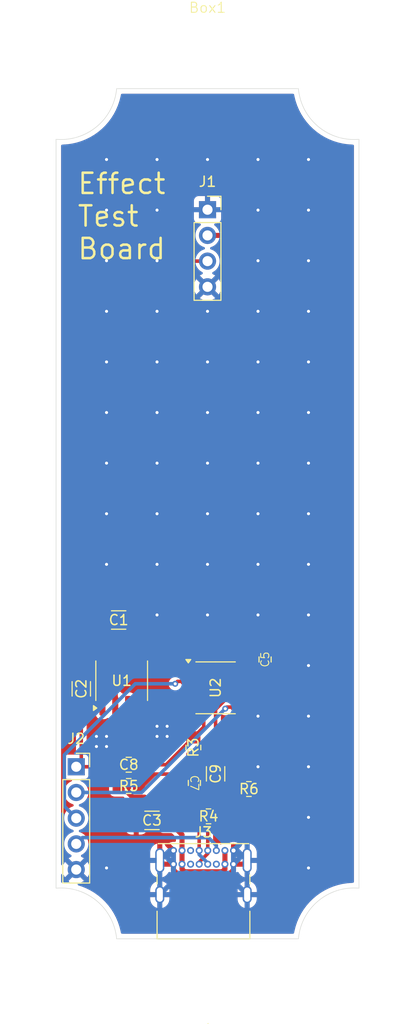
<source format=kicad_pcb>
(kicad_pcb (version 20241229) (generator "pcbnew") (generator_version "9.0")
  (layers (0 "F.Cu" jumper) (2 "B.Cu" signal) (13 "F.Paste" user) (15 "B.Paste" user) (5 "F.SilkS" user "F.Silkscreen") (7 "B.SilkS" user "B.Silkscreen") (1 "F.Mask" user) (3 "B.Mask" user) (25 "Edge.Cuts" user))
  (net 0 "")
  (net 1 "GND")
  (net 2 "Net-(U1-NOISE_REDUCTION)")
  (net 3 "+V")
  (net 4 "GNDREF")
  (net 5 "IN^{RAW}")
  (net 6 "Net-(C7-Pad2)")
  (net 7 "Net-(U2A-+)")
  (net 8 "Net-(U2B--)")
  (net 9 "OUT^{RAW}")
  (net 10 "IN^{EFF}")
  (net 11 "OUT^{EFF}")
  (net 19 "ACTIVE")
  (footprint "Resistor_SMD:R_0805_2012Metric_Pad1.20x1.40mm_HandSolder" (layer "F.Cu") (at 98.6 123.1 90)
    (property "Reference" "R3" (at 0 0 90) (layer "F.SilkS"))
    (property "Value" "1k")
    (fp_line (start -0.227064 -0.735) (end 0.227064 -0.735) (stroke (width 0.12)) (layer "F.SilkS"))
    (fp_line (start -0.227064 0.735) (end 0.227064 0.735) (stroke (width 0.12)) (layer "F.SilkS"))
    (pad "1" smd roundrect (at -1 0 90) (size 1.2 1.4) (layers "F.Cu" "F.Mask" "F.Paste") (roundrect_rratio 0.208333) (net 6 "Net-(C7-Pad2)"))
    (pad "2" smd roundrect (at 1 0 90) (size 1.2 1.4) (layers "F.Cu" "F.Mask" "F.Paste") (roundrect_rratio 0.208333) (net 7 "Net-(U2A-+)"))
  )
  (footprint "Capacitor_SMD:C_1206_3216Metric_Pad1.33x1.80mm_HandSolder" (layer "F.Cu") (at 94.5 130.3 180)
    (property "Reference" "C3" (at 0 0 0) (layer "F.SilkS"))
    (property "Value" "22uF")
    (fp_line (start -0.711252 0.91) (end 0.711252 0.91) (stroke (width 0.12)) (layer "F.SilkS"))
    (fp_line (start -0.711252 -0.91) (end 0.711252 -0.91) (stroke (width 0.12)) (layer "F.SilkS"))
    (pad "1" smd roundrect (at -1.5625 0 180) (size 1.325 1.8) (layers "F.Cu" "F.Mask" "F.Paste") (roundrect_rratio 0.188679) (net 3 "+V"))
    (pad "2" smd roundrect (at 1.5625 0 180) (size 1.325 1.8) (layers "F.Cu" "F.Mask" "F.Paste") (roundrect_rratio 0.188679) (net 1 "GND"))
  )
  (footprint "Package_SO:SOIC-8_3.9x4.9mm_P1.27mm" (layer "F.Cu") (at 100.8 117.2)
    (property "Reference" "U2" (at 0 0 90) (layer "F.SilkS"))
    (property "Value" "OPA1656")
    (fp_line (start 0 -2.56) (end -1.95 -2.56) (stroke (width 0.12)) (layer "F.SilkS"))
    (fp_line (start 0 -2.56) (end 1.95 -2.56) (stroke (width 0.12)) (layer "F.SilkS"))
    (fp_line (start 0 2.56) (end -1.95 2.56) (stroke (width 0.12)) (layer "F.SilkS"))
    (fp_line (start 0 2.56) (end 1.95 2.56) (stroke (width 0.12)) (layer "F.SilkS"))
    (fp_poly (pts (xy -2.7 -2.465) (xy -2.94 -2.795) (xy -2.46 -2.795)) (stroke (width 0.12)) (fill yes) (layer "F.SilkS"))
    (pad "1" smd roundrect (at -2.475 -1.905) (size 1.95 0.6) (layers "F.Cu" "F.Mask" "F.Paste") (net 10 "IN^{EFF}"))
    (pad "2" smd roundrect (at -2.475 -0.635) (size 1.95 0.6) (layers "F.Cu" "F.Mask" "F.Paste") (net 10 "IN^{EFF}"))
    (pad "3" smd roundrect (at -2.475 0.635) (size 1.95 0.6) (layers "F.Cu" "F.Mask" "F.Paste") (net 7 "Net-(U2A-+)"))
    (pad "4" smd roundrect (at -2.475 1.905) (size 1.95 0.6) (layers "F.Cu" "F.Mask" "F.Paste") (net 1 "GND"))
    (pad "5" smd roundrect (at 2.475 1.905) (size 1.95 0.6) (layers "F.Cu" "F.Mask" "F.Paste") (net 11 "OUT^{EFF}"))
    (pad "6" smd roundrect (at 2.475 0.635) (size 1.95 0.6) (layers "F.Cu" "F.Mask" "F.Paste") (net 8 "Net-(U2B--)"))
    (pad "7" smd roundrect (at 2.475 -0.635) (size 1.95 0.6) (layers "F.Cu" "F.Mask" "F.Paste") (net 8 "Net-(U2B--)"))
    (pad "8" smd roundrect (at 2.475 -1.905) (size 1.95 0.6) (layers "F.Cu" "F.Mask" "F.Paste") (net 3 "+V"))
  )
  (footprint "Mylib:1590A" (layer "F.Cu") (at 100 100)
    (property "Reference" "Box1" (at 0 -50 0) (layer "F.SilkS") (effects (font (thickness 0.1))))
    (property "Value" "1590A")
    (fp_line (start 0.05 50.375) (end 0.05 50.375) (stroke (width 0.1)) (layer "F.SilkS"))
  )
  (footprint "Capacitor_SMD:C_0805_2012Metric_Pad1.18x1.45mm_HandSolder" (layer "F.Cu") (at 92.2 124.8 180)
    (property "Reference" "C8" (at 0 0 0) (layer "F.SilkS"))
    (property "Value" "220pF")
    (fp_line (start -0.261252 0.735) (end 0.261252 0.735) (stroke (width 0.12)) (layer "F.SilkS"))
    (fp_line (start -0.261252 -0.735) (end 0.261252 -0.735) (stroke (width 0.12)) (layer "F.SilkS"))
    (pad "1" smd roundrect (at -1.0375 0 180) (size 1.175 1.45) (layers "F.Cu" "F.Mask" "F.Paste") (roundrect_rratio 0.212766) (net 7 "Net-(U2A-+)"))
    (pad "2" smd roundrect (at 1.0375 0 180) (size 1.175 1.45) (layers "F.Cu" "F.Mask" "F.Paste") (roundrect_rratio 0.212766) (net 4 "GNDREF"))
  )
  (footprint "Resistor_SMD:R_0805_2012Metric_Pad1.20x1.40mm_HandSolder" (layer "F.Cu") (at 100.1 129.9)
    (property "Reference" "R4" (at 0 0 0) (layer "F.SilkS"))
    (property "Value" "1M0")
    (fp_line (start -0.227064 -0.735) (end 0.227064 -0.735) (stroke (width 0.12)) (layer "F.SilkS"))
    (fp_line (start -0.227064 0.735) (end 0.227064 0.735) (stroke (width 0.12)) (layer "F.SilkS"))
    (pad "1" smd roundrect (at -1 0) (size 1.2 1.4) (layers "F.Cu" "F.Mask" "F.Paste") (roundrect_rratio 0.208333) (net 5 "IN^{RAW}"))
    (pad "2" smd roundrect (at 1 0) (size 1.2 1.4) (layers "F.Cu" "F.Mask" "F.Paste") (roundrect_rratio 0.208333) (net 1 "GND"))
  )
  (footprint "Capacitor_SMD:C_1206_3216Metric_Pad1.33x1.80mm_HandSolder" (layer "F.Cu") (at 87.5 117.3 90)
    (property "Reference" "C2" (at 0 0 90) (layer "F.SilkS"))
    (property "Value" "10uF")
    (fp_line (start -0.711252 -0.91) (end 0.711252 -0.91) (stroke (width 0.12)) (layer "F.SilkS"))
    (fp_line (start -0.711252 0.91) (end 0.711252 0.91) (stroke (width 0.12)) (layer "F.SilkS"))
    (pad "1" smd roundrect (at -1.5625 0 90) (size 1.325 1.8) (layers "F.Cu" "F.Mask" "F.Paste") (roundrect_rratio 0.188679) (net 4 "GNDREF"))
    (pad "2" smd roundrect (at 1.5625 0 90) (size 1.325 1.8) (layers "F.Cu" "F.Mask" "F.Paste") (roundrect_rratio 0.188679) (net 1 "GND"))
  )
  (footprint "Connector_PinSocket_2.54mm:PinSocket_1x05_P2.54mm_Vertical" (layer "F.Cu") (at 87 125)
    (property "Reference" "J2" (at 0 -2.77 0) (layer "F.SilkS"))
    (property "Value" "Conn_01x05_Pin")
    (fp_line (start -1.33 1.27) (end -1.33 11.49) (stroke (width 0.12)) (layer "F.SilkS"))
    (fp_line (start -1.33 1.27) (end 1.33 1.27) (stroke (width 0.12)) (layer "F.SilkS"))
    (fp_line (start -1.33 11.49) (end 1.33 11.49) (stroke (width 0.12)) (layer "F.SilkS"))
    (fp_line (start 0 -1.33) (end 1.33 -1.33) (stroke (width 0.12)) (layer "F.SilkS"))
    (fp_line (start 1.33 -1.33) (end 1.33 0) (stroke (width 0.12)) (layer "F.SilkS"))
    (fp_line (start 1.33 1.27) (end 1.33 11.49) (stroke (width 0.12)) (layer "F.SilkS"))
    (pad "1" thru_hole rect (at 0 0) (size 1.7 1.7) (drill 1) (layers "*.Cu" "*.Mask") (net 4 "GNDREF"))
    (pad "2" thru_hole circle (at 0 2.54) (size 1.7 1.7) (drill 1) (layers "*.Cu" "*.Mask") (net 11 "OUT^{EFF}"))
    (pad "3" thru_hole circle (at 0 5.08) (size 1.7 1.7) (drill 1) (layers "*.Cu" "*.Mask") (net 10 "IN^{EFF}"))
    (pad "4" thru_hole circle (at 0 7.62) (size 1.7 1.7) (drill 1) (layers "*.Cu" "*.Mask") (net 19 "ACTIVE"))
    (pad "5" thru_hole circle (at 0 10.16) (size 1.7 1.7) (drill 1) (layers "*.Cu" "*.Mask") (net 1 "GND"))
  )
  (footprint "Package_SO:SOIC-8_3.9x4.9mm_P1.27mm" (layer "F.Cu") (at 91.5 116.5 90)
    (property "Reference" "U1" (at 0 0 0) (layer "F.SilkS"))
    (property "Value" "TLE2426xD")
    (fp_line (start 0 -2.56) (end 1.95 -2.56) (stroke (width 0.12)) (layer "F.SilkS"))
    (fp_line (start 0 -2.56) (end -1.95 -2.56) (stroke (width 0.12)) (layer "F.SilkS"))
    (fp_line (start 0 2.56) (end 1.95 2.56) (stroke (width 0.12)) (layer "F.SilkS"))
    (fp_line (start 0 2.56) (end -1.95 2.56) (stroke (width 0.12)) (layer "F.SilkS"))
    (fp_poly (pts (xy -2.7 -2.465) (xy -2.94 -2.795) (xy -2.46 -2.795)) (stroke (width 0.12)) (fill yes) (layer "F.SilkS"))
    (pad "1" smd roundrect (at -2.475 -1.905 90) (size 1.95 0.6) (layers "F.Cu" "F.Mask" "F.Paste") (net 4 "GNDREF"))
    (pad "2" smd roundrect (at -2.475 -0.635 90) (size 1.95 0.6) (layers "F.Cu" "F.Mask" "F.Paste") (net 1 "GND"))
    (pad "3" smd roundrect (at -2.475 0.635 90) (size 1.95 0.6) (layers "F.Cu" "F.Mask" "F.Paste") (net 3 "+V"))
    (pad "4" smd roundrect (at -2.475 1.905 90) (size 1.95 0.6) (layers "F.Cu" "F.Mask" "F.Paste"))
    (pad "5" smd roundrect (at 2.475 1.905 90) (size 1.95 0.6) (layers "F.Cu" "F.Mask" "F.Paste"))
    (pad "6" smd roundrect (at 2.475 0.635 90) (size 1.95 0.6) (layers "F.Cu" "F.Mask" "F.Paste"))
    (pad "7" smd roundrect (at 2.475 -0.635 90) (size 1.95 0.6) (layers "F.Cu" "F.Mask" "F.Paste"))
    (pad "8" smd roundrect (at 2.475 -1.905 90) (size 1.95 0.6) (layers "F.Cu" "F.Mask" "F.Paste") (net 2 "Net-(U1-NOISE_REDUCTION)"))
  )
  (footprint "Mylib:C_0704_1810Metric" (layer "F.Cu") (at 105.7 114.4 90)
    (property "Reference" "C5" (at 0 0 90) (layer "F.SilkS") (effects (font (size 0.8 0.8) (thickness 0.1))))
    (property "Value" "0.1uF")
    (fp_line (start -0.25 -0.6) (end 0.25 -0.6) (stroke (width 0.12)) (layer "F.SilkS"))
    (fp_line (start -0.25 0.6) (end 0.25 0.6) (stroke (width 0.12)) (layer "F.SilkS"))
    (pad "1" smd roundrect (at -0.875 0 90) (size 0.9 1.25) (layers "F.Cu" "F.Mask" "F.Paste") (roundrect_rratio 0.2) (net 3 "+V"))
    (pad "2" smd roundrect (at 0.875 0 90) (size 0.9 1.25) (layers "F.Cu" "F.Mask" "F.Paste") (roundrect_rratio 0.2) (net 1 "GND"))
  )
  (footprint "Resistor_SMD:R_0805_2012Metric_Pad1.20x1.40mm_HandSolder" (layer "F.Cu") (at 92.2 126.9 180)
    (property "Reference" "R5" (at 0 0 0) (layer "F.SilkS"))
    (property "Value" "470k")
    (fp_line (start -0.227064 0.735) (end 0.227064 0.735) (stroke (width 0.12)) (layer "F.SilkS"))
    (fp_line (start -0.227064 -0.735) (end 0.227064 -0.735) (stroke (width 0.12)) (layer "F.SilkS"))
    (pad "1" smd roundrect (at -1 0 180) (size 1.2 1.4) (layers "F.Cu" "F.Mask" "F.Paste") (roundrect_rratio 0.208333) (net 6 "Net-(C7-Pad2)"))
    (pad "2" smd roundrect (at 1 0 180) (size 1.2 1.4) (layers "F.Cu" "F.Mask" "F.Paste") (roundrect_rratio 0.208333) (net 4 "GNDREF"))
  )
  (footprint "Resistor_SMD:R_0805_2012Metric_Pad1.20x1.40mm_HandSolder" (layer "F.Cu") (at 104.1 127.2)
    (property "Reference" "R6" (at 0 0 0) (layer "F.SilkS"))
    (property "Value" "100k")
    (fp_line (start -0.227064 -0.735) (end 0.227064 -0.735) (stroke (width 0.12)) (layer "F.SilkS"))
    (fp_line (start -0.227064 0.735) (end 0.227064 0.735) (stroke (width 0.12)) (layer "F.SilkS"))
    (pad "1" smd roundrect (at -1 0) (size 1.2 1.4) (layers "F.Cu" "F.Mask" "F.Paste") (roundrect_rratio 0.208333) (net 9 "OUT^{RAW}"))
    (pad "2" smd roundrect (at 1 0) (size 1.2 1.4) (layers "F.Cu" "F.Mask" "F.Paste") (roundrect_rratio 0.208333) (net 1 "GND"))
  )
  (footprint "Connector_PinSocket_2.54mm:PinSocket_1x04_P2.54mm_Vertical" (layer "F.Cu") (at 100 69.96)
    (property "Reference" "J1" (at 0 -2.77 0) (layer "F.SilkS"))
    (property "Value" "Conn_01x04_Pin")
    (fp_line (start -1.33 1.27) (end -1.33 8.95) (stroke (width 0.12)) (layer "F.SilkS"))
    (fp_line (start -1.33 1.27) (end 1.33 1.27) (stroke (width 0.12)) (layer "F.SilkS"))
    (fp_line (start -1.33 8.95) (end 1.33 8.95) (stroke (width 0.12)) (layer "F.SilkS"))
    (fp_line (start 0 -1.33) (end 1.33 -1.33) (stroke (width 0.12)) (layer "F.SilkS"))
    (fp_line (start 1.33 -1.33) (end 1.33 0) (stroke (width 0.12)) (layer "F.SilkS"))
    (fp_line (start 1.33 1.27) (end 1.33 8.95) (stroke (width 0.12)) (layer "F.SilkS"))
    (pad "1" thru_hole rect (at 0 0) (size 1.7 1.7) (drill 1) (layers "*.Cu" "*.Mask") (net 1 "GND"))
    (pad "2" thru_hole circle (at 0 2.54) (size 1.7 1.7) (drill 1) (layers "*.Cu" "*.Mask") (net 3 "+V"))
    (pad "3" thru_hole circle (at 0 5.08) (size 1.7 1.7) (drill 1) (layers "*.Cu" "*.Mask") (net 4 "GNDREF"))
    (pad "4" thru_hole circle (at 0 7.62) (size 1.7 1.7) (drill 1) (layers "*.Cu" "*.Mask") (net 1 "GND"))
  )
  (footprint "Capacitor_SMD:C_1206_3216Metric_Pad1.33x1.80mm_HandSolder" (layer "F.Cu") (at 100.8 125.7 90)
    (property "Reference" "C9" (at 0 0 90) (layer "F.SilkS"))
    (property "Value" "0.47uF")
    (fp_line (start -0.711252 -0.91) (end 0.711252 -0.91) (stroke (width 0.12)) (layer "F.SilkS"))
    (fp_line (start -0.711252 0.91) (end 0.711252 0.91) (stroke (width 0.12)) (layer "F.SilkS"))
    (pad "1" smd roundrect (at -1.5625 0 90) (size 1.325 1.8) (layers "F.Cu" "F.Mask" "F.Paste") (roundrect_rratio 0.188679) (net 9 "OUT^{RAW}"))
    (pad "2" smd roundrect (at 1.5625 0 90) (size 1.325 1.8) (layers "F.Cu" "F.Mask" "F.Paste") (roundrect_rratio 0.188679) (net 8 "Net-(U2B--)"))
  )
  (footprint "Capacitor_SMD:C_1206_3216Metric_Pad1.33x1.80mm_HandSolder" (layer "F.Cu") (at 91.2 110.5)
    (property "Reference" "C1" (at 0 0 0) (layer "F.SilkS"))
    (property "Value" "1uF")
    (fp_line (start -0.711252 -0.91) (end 0.711252 -0.91) (stroke (width 0.12)) (layer "F.SilkS"))
    (fp_line (start -0.711252 0.91) (end 0.711252 0.91) (stroke (width 0.12)) (layer "F.SilkS"))
    (pad "1" smd roundrect (at -1.5625 0) (size 1.325 1.8) (layers "F.Cu" "F.Mask" "F.Paste") (roundrect_rratio 0.188679) (net 2 "Net-(U1-NOISE_REDUCTION)"))
    (pad "2" smd roundrect (at 1.5625 0) (size 1.325 1.8) (layers "F.Cu" "F.Mask" "F.Paste") (roundrect_rratio 0.188679) (net 1 "GND"))
  )
  (footprint "Mylib:C_0704_1810Metric" (layer "F.Cu") (at 98.7 126.6 90)
    (property "Reference" "C7" (at 0 0 270) (layer "F.SilkS") (effects (font (size 0.8 0.8) (thickness 0.1))))
    (property "Value" "0.1uF")
    (fp_line (start -0.25 -0.6) (end 0.25 -0.6) (stroke (width 0.12)) (layer "F.SilkS"))
    (fp_line (start -0.25 0.6) (end 0.25 0.6) (stroke (width 0.12)) (layer "F.SilkS"))
    (pad "1" smd roundrect (at -0.875 0 90) (size 0.9 1.25) (layers "F.Cu" "F.Mask" "F.Paste") (roundrect_rratio 0.2) (net 5 "IN^{RAW}"))
    (pad "2" smd roundrect (at 0.875 0 90) (size 0.9 1.25) (layers "F.Cu" "F.Mask" "F.Paste") (roundrect_rratio 0.2) (net 6 "Net-(C7-Pad2)"))
  )
  (footprint "Connector_USB:USB_C_Receptacle_GCT_USB4085" (layer "F.Cu") (at 96.625 133.275)
    (property "Reference" "J3" (at 2.975 -1.8 0) (layer "F.SilkS"))
    (property "Value" "USB_C_Receptacle_USB2.0_16P")
    (fp_line (start -1.62 2.4) (end -1.62 3.3) (stroke (width 0.12)) (layer "F.SilkS"))
    (fp_line (start -1.62 6) (end -1.62 8.73) (stroke (width 0.12)) (layer "F.SilkS"))
    (fp_line (start -1.62 8.73) (end 7.57 8.73) (stroke (width 0.12)) (layer "F.SilkS"))
    (fp_line (start -1.5 -0.68) (end 7.45 -0.68) (stroke (width 0.12)) (layer "F.SilkS"))
    (fp_line (start 7.57 2.4) (end 7.57 3.3) (stroke (width 0.12)) (layer "F.SilkS"))
    (fp_line (start 7.57 6) (end 7.57 8.73) (stroke (width 0.12)) (layer "F.SilkS"))
    (pad "A1" thru_hole circle (at 0 0) (size 0.7 0.7) (drill 0.4) (layers "*.Cu" "*.Mask") (net 1 "GND"))
    (pad "A4" thru_hole circle (at 0.85 0) (size 0.7 0.7) (drill 0.4) (layers "*.Cu" "*.Mask") (net 3 "+V"))
    (pad "A5" thru_hole circle (at 1.7 0) (size 0.7 0.7) (drill 0.4) (layers "*.Cu" "*.Mask"))
    (pad "A6" thru_hole circle (at 2.55 0) (size 0.7 0.7) (drill 0.4) (layers "*.Cu" "*.Mask") (net 5 "IN^{RAW}"))
    (pad "A7" thru_hole circle (at 3.4 0) (size 0.7 0.7) (drill 0.4) (layers "*.Cu" "*.Mask") (net 9 "OUT^{RAW}"))
    (pad "A8" thru_hole circle (at 4.25 0) (size 0.7 0.7) (drill 0.4) (layers "*.Cu" "*.Mask") (net 19 "ACTIVE"))
    (pad "A9" thru_hole circle (at 5.1 0) (size 0.7 0.7) (drill 0.4) (layers "*.Cu" "*.Mask") (net 3 "+V"))
    (pad "A12" thru_hole circle (at 5.95 0) (size 0.7 0.7) (drill 0.4) (layers "*.Cu" "*.Mask") (net 1 "GND"))
    (pad "B1" thru_hole circle (at 5.95 1.35) (size 0.7 0.7) (drill 0.4) (layers "*.Cu" "*.Mask") (net 1 "GND"))
    (pad "B4" thru_hole circle (at 5.1 1.35) (size 0.7 0.7) (drill 0.4) (layers "*.Cu" "*.Mask") (net 3 "+V"))
    (pad "B5" thru_hole circle (at 4.25 1.35) (size 0.7 0.7) (drill 0.4) (layers "*.Cu" "*.Mask"))
    (pad "B6" thru_hole circle (at 3.4 1.35) (size 0.7 0.7) (drill 0.4) (layers "*.Cu" "*.Mask") (net 5 "IN^{RAW}"))
    (pad "B7" thru_hole circle (at 2.55 1.35) (size 0.7 0.7) (drill 0.4) (layers "*.Cu" "*.Mask") (net 9 "OUT^{RAW}"))
    (pad "B8" thru_hole circle (at 1.7 1.35) (size 0.7 0.7) (drill 0.4) (layers "*.Cu" "*.Mask"))
    (pad "B9" thru_hole circle (at 0.85 1.35) (size 0.7 0.7) (drill 0.4) (layers "*.Cu" "*.Mask") (net 3 "+V"))
    (pad "B12" thru_hole circle (at 0 1.35) (size 0.7 0.7) (drill 0.4) (layers "*.Cu" "*.Mask") (net 1 "GND"))
    (pad "S1" thru_hole oval (at -1.35 0.98) (size 0.9 2.4) (drill oval 0.6 2.1) (layers "*.Cu" "*.Mask") (net 1 "GND"))
    (pad "S1" thru_hole oval (at -1.35 4.36) (size 0.9 1.7) (drill oval 0.6 1.4) (layers "*.Cu" "*.Mask") (net 1 "GND"))
    (pad "S1" thru_hole oval (at 7.3 0.98) (size 0.9 2.4) (drill oval 0.6 2.1) (layers "*.Cu" "*.Mask") (net 1 "GND"))
    (pad "S1" thru_hole oval (at 7.3 4.36) (size 0.9 1.7) (drill oval 0.6 1.4) (layers "*.Cu" "*.Mask") (net 1 "GND"))
  )
  (gr_arc (start 115 63) (mid 110.964466 61.742641) (end 109 58) (stroke (width 0.05)) (layer "Edge.Cuts"))
  (gr_line (start 115 63) (end 115 137) (stroke (width 0.05)) (layer "Edge.Cuts"))
  (gr_line (start 91 142) (end 109 142) (stroke (width 0.05)) (layer "Edge.Cuts"))
  (gr_line (start 91 58) (end 109 58) (stroke (width 0.05)) (layer "Edge.Cuts"))
  (gr_arc (start 85 137) (mid 89.035534 138.257359) (end 91 142) (stroke (width 0.05)) (layer "Edge.Cuts"))
  (gr_arc (start 109 142) (mid 110.964466 138.257359) (end 115 137) (stroke (width 0.05)) (layer "Edge.Cuts"))
  (gr_line (start 85 137) (end 85 63) (stroke (width 0.05)) (layer "Edge.Cuts"))
  (gr_arc (start 91 58) (mid 89.035534 61.742641) (end 85 63) (stroke (width 0.05)) (layer "Edge.Cuts"))
  (gr_text "Effect\nTest\nBoard" (at 87 75 0) (layer "F.SilkS") (effects (font (size 2 2) (thickness 0.25)) (justify left bottom)))
  (segment (start 96.625 134.625) (end 96.625 135.190627) (width 0.5) (layer "F.Cu") (net 1))
  (segment (start 103.555 134.625) (end 103.925 134.255) (width 0.5) (layer "F.Cu") (net 1))
  (segment (start 102.575 135.190628) (end 102.575 134.625) (width 0.5) (layer "F.Cu") (net 1))
  (segment (start 101.738628 136.027) (end 102.575 135.190628) (width 0.5) (layer "F.Cu") (net 1))
  (segment (start 96.625 135.190627) (end 97.461373 136.027) (width 0.5) (layer "F.Cu") (net 1))
  (segment (start 95.645 134.625) (end 95.275 134.255) (width 0.5) (layer "F.Cu") (net 1))
  (segment (start 102.575 133.275) (end 102.575 132.775) (width 0.5) (layer "F.Cu") (net 1))
  (segment (start 96.625 134.625) (end 95.645 134.625) (width 0.5) (layer "F.Cu") (net 1))
  (segment (start 97.461373 136.027) (end 101.738628 136.027) (width 0.5) (layer "F.Cu") (net 1))
  (segment (start 102.575 134.625) (end 103.555 134.625) (width 0.5) (layer "F.Cu") (net 1))
  (via (at 110 65) (size 0.6) (drill 0.3) (layers "F.Cu" "B.Cu") (net 1))
  (via (at 110 120) (size 0.6) (drill 0.3) (layers "F.Cu" "B.Cu") (net 1))
  (via (at 105 85) (size 0.6) (drill 0.3) (layers "F.Cu" "B.Cu") (net 1))
  (via (at 95 122) (size 0.6) (drill 0.3) (layers "F.Cu" "B.Cu") (net 1))
  (via (at 95 90) (size 0.6) (drill 0.3) (layers "F.Cu" "B.Cu") (net 1))
  (via (at 90 70) (size 0.6) (drill 0.3) (layers "F.Cu" "B.Cu") (net 1))
  (via (at 96 121) (size 0.6) (drill 0.3) (layers "F.Cu" "B.Cu") (net 1))
  (via (at 105 95) (size 0.6) (drill 0.3) (layers "F.Cu" "B.Cu") (net 1))
  (via (at 95 121) (size 0.6) (drill 0.3) (layers "F.Cu" "B.Cu") (net 1))
  (via (at 100 90) (size 0.6) (drill 0.3) (layers "F.Cu" "B.Cu") (net 1))
  (via (at 110 100) (size 0.6) (drill 0.3) (layers "F.Cu" "B.Cu") (net 1))
  (via (at 105 65) (size 0.6) (drill 0.3) (layers "F.Cu" "B.Cu") (net 1))
  (via (at 90 135) (size 0.6) (drill 0.3) (layers "F.Cu" "B.Cu") (net 1))
  (via (at 90 75) (size 0.6) (drill 0.3) (layers "F.Cu" "B.Cu") (net 1))
  (via (at 110 110) (size 0.6) (drill 0.3) (layers "F.Cu" "B.Cu") (net 1))
  (via (at 90 95) (size 0.6) (drill 0.3) (layers "F.Cu" "B.Cu") (net 1))
  (via (at 95 80) (size 0.6) (drill 0.3) (layers "F.Cu" "B.Cu") (net 1))
  (via (at 95 100) (size 0.6) (drill 0.3) (layers "F.Cu" "B.Cu") (net 1))
  (via (at 100 110) (size 0.6) (drill 0.3) (layers "F.Cu" "B.Cu") (net 1))
  (via (at 100 65) (size 0.6) (drill 0.3) (layers "F.Cu" "B.Cu") (net 1))
  (via (at 89 122) (size 0.6) (drill 0.3) (layers "F.Cu" "B.Cu") (net 1))
  (via (at 95 95) (size 0.6) (drill 0.3) (layers "F.Cu" "B.Cu") (net 1))
  (via (at 90 123) (size 0.6) (drill 0.3) (layers "F.Cu" "B.Cu") (net 1))
  (via (at 110 75) (size 0.6) (drill 0.3) (layers "F.Cu" "B.Cu") (net 1))
  (via (at 105 75) (size 0.6) (drill 0.3) (layers "F.Cu" "B.Cu") (net 1))
  (via (at 90 122) (size 0.6) (drill 0.3) (layers "F.Cu" "B.Cu") (net 1))
  (via (at 90 100) (size 0.6) (drill 0.3) (layers "F.Cu" "B.Cu") (net 1))
  (via (at 95 70) (size 0.6) (drill 0.3) (layers "F.Cu" "B.Cu") (net 1))
  (via (at 100 105) (size 0.6) (drill 0.3) (layers "F.Cu" "B.Cu") (net 1))
  (via (at 110 130) (size 0.6) (drill 0.3) (layers "F.Cu" "B.Cu") (net 1))
  (via (at 105 80) (size 0.6) (drill 0.3) (layers "F.Cu" "B.Cu") (net 1))
  (via (at 96 122) (size 0.6) (drill 0.3) (layers "F.Cu" "B.Cu") (net 1))
  (via (at 95 65) (size 0.6) (drill 0.3) (layers "F.Cu" "B.Cu") (net 1))
  (via (at 110 125) (size 0.6) (drill 0.3) (layers "F.Cu" "B.Cu") (net 1))
  (via (at 110 115) (size 0.6) (drill 0.3) (layers "F.Cu" "B.Cu") (net 1))
  (via (at 110 105) (size 0.6) (drill 0.3) (layers "F.Cu" "B.Cu") (net 1))
  (via (at 90 65) (size 0.6) (drill 0.3) (layers "F.Cu" "B.Cu") (net 1))
  (via (at 89 123) (size 0.6) (drill 0.3) (layers "F.Cu" "B.Cu") (net 1))
  (via (at 110 135) (size 0.6) (drill 0.3) (layers "F.Cu" "B.Cu") (net 1))
  (via (at 105 70) (size 0.6) (drill 0.3) (layers "F.Cu" "B.Cu") (net 1))
  (via (at 95 105) (size 0.6) (drill 0.3) (layers "F.Cu" "B.Cu") (net 1))
  (via (at 100 85) (size 0.6) (drill 0.3) (layers "F.Cu" "B.Cu") (net 1))
  (via (at 110 90) (size 0.6) (drill 0.3) (layers "F.Cu" "B.Cu") (net 1))
  (via (at 90 90) (size 0.6) (drill 0.3) (layers "F.Cu" "B.Cu") (net 1))
  (via (at 90 85) (size 0.6) (drill 0.3) (layers "F.Cu" "B.Cu") (net 1))
  (via (at 110 70) (size 0.6) (drill 0.3) (layers "F.Cu" "B.Cu") (net 1))
  (via (at 95 85) (size 0.6) (drill 0.3) (layers "F.Cu" "B.Cu") (net 1))
  (via (at 110 80) (size 0.6) (drill 0.3) (layers "F.Cu" "B.Cu") (net 1))
  (via (at 100 80) (size 0.6) (drill 0.3) (layers "F.Cu" "B.Cu") (net 1))
  (via (at 95 75) (size 0.6) (drill 0.3) (layers "F.Cu" "B.Cu") (net 1))
  (via (at 100 100) (size 0.6) (drill 0.3) (layers "F.Cu" "B.Cu") (net 1))
  (via (at 105 100) (size 0.6) (drill 0.3) (layers "F.Cu" "B.Cu") (net 1))
  (via (at 100 95) (size 0.6) (drill 0.3) (layers "F.Cu" "B.Cu") (net 1))
  (via (at 90 80) (size 0.6) (drill 0.3) (layers "F.Cu" "B.Cu") (net 1))
  (via (at 105 90) (size 0.6) (drill 0.3) (layers "F.Cu" "B.Cu") (net 1))
  (via (at 105 110) (size 0.6) (drill 0.3) (layers "F.Cu" "B.Cu") (net 1))
  (via (at 90 105) (size 0.6) (drill 0.3) (layers "F.Cu" "B.Cu") (net 1))
  (via (at 105 120) (size 0.6) (drill 0.3) (layers "F.Cu" "B.Cu") (net 1))
  (via (at 110 85) (size 0.6) (drill 0.3) (layers "F.Cu" "B.Cu") (net 1))
  (via (at 110 95) (size 0.6) (drill 0.3) (layers "F.Cu" "B.Cu") (net 1))
  (via (at 105 125) (size 0.6) (drill 0.3) (layers "F.Cu" "B.Cu") (net 1))
  (via (at 105 105) (size 0.6) (drill 0.3) (layers "F.Cu" "B.Cu") (net 1))
  (via (at 95 110) (size 0.6) (drill 0.3) (layers "F.Cu" "B.Cu") (net 1))
  (segment (start 102.575 133.275) (end 102.945 133.275) (width 0.5) (layer "B.Cu") (net 1))
  (segment (start 102.575 136.285) (end 103.925 137.635) (width 0.5) (layer "B.Cu") (net 1))
  (segment (start 102.575 133.275) (end 102.575 134.625) (width 0.5) (layer "B.Cu") (net 1))
  (segment (start 102.945 133.275) (end 103.925 134.255) (width 0.5) (layer "B.Cu") (net 1))
  (segment (start 96.625 136.285) (end 95.275 137.635) (width 0.5) (layer "B.Cu") (net 1))
  (segment (start 96.255 133.275) (end 95.275 134.255) (width 0.5) (layer "B.Cu") (net 1))
  (segment (start 96.625 134.625) (end 96.625 136.285) (width 0.5) (layer "B.Cu") (net 1))
  (segment (start 102.575 134.625) (end 102.575 136.285) (width 0.5) (layer "B.Cu") (net 1))
  (segment (start 96.625 133.275) (end 96.625 134.625) (width 0.5) (layer "B.Cu") (net 1))
  (segment (start 96.625 133.275) (end 96.255 133.275) (width 0.5) (layer "B.Cu") (net 1))
  (segment (start 89.595 114.025) (end 89.595 110.5425) (width 0.35) (layer "F.Cu") (net 2))
  (segment (start 89.595 110.5425) (end 89.6375 110.5) (width 0.35) (layer "F.Cu") (net 2))
  (segment (start 108.7 114.2) (end 108.7 76.2) (width 0.5) (layer "F.Cu") (net 3))
  (segment (start 105.7 115.275) (end 107.625 115.275) (width 0.5) (layer "F.Cu") (net 3))
  (segment (start 92.57342 128.001) (end 92.2 127.62758) (width 0.5) (layer "F.Cu") (net 3))
  (segment (start 101.468974 135.376) (end 101.725 135.119974) (width 0.5) (layer "F.Cu") (net 3))
  (segment (start 107.625 115.275) (end 108.7 114.2) (width 0.5) (layer "F.Cu") (net 3))
  (segment (start 92.2 127.62758) (end 92.2 119.04) (width 0.5) (layer "F.Cu") (net 3))
  (segment (start 105.8 115.375) (end 105.8 121.12758) (width 0.5) (layer "F.Cu") (net 3))
  (segment (start 101.725 134.625) (end 101.725 133.275) (width 0.5) (layer "F.Cu") (net 3))
  (segment (start 97.475 131.7125) (end 96.0625 130.3) (width 0.5) (layer "F.Cu") (net 3))
  (segment (start 108.7 76.2) (end 105 72.5) (width 0.5) (layer "F.Cu") (net 3))
  (segment (start 97.475 134.625) (end 97.475 135.119974) (width 0.5) (layer "F.Cu") (net 3))
  (segment (start 99.766644 126.2) (end 99.342644 126.624) (width 0.5) (layer "F.Cu") (net 3))
  (segment (start 105.7 115.275) (end 105.8 115.375) (width 0.5) (layer "F.Cu") (net 3))
  (segment (start 92.135 118.975) (end 92.135 118.34) (width 0.5) (layer "F.Cu") (net 3))
  (segment (start 96.0625 130.3) (end 93.7635 128.001) (width 0.5) (layer "F.Cu") (net 3))
  (segment (start 99.342644 126.624) (end 98.009356 126.624) (width 0.5) (layer "F.Cu") (net 3))
  (segment (start 97.731026 135.376) (end 101.468974 135.376) (width 0.5) (layer "F.Cu") (net 3))
  (segment (start 93.7635 128.001) (end 92.57342 128.001) (width 0.5) (layer "F.Cu") (net 3))
  (segment (start 97.475 135.119974) (end 97.731026 135.376) (width 0.5) (layer "F.Cu") (net 3))
  (segment (start 96.0625 128.570856) (end 96.0625 130.3) (width 0.5) (layer "F.Cu") (net 3))
  (segment (start 105 72.5) (end 100 72.5) (width 0.5) (layer "F.Cu") (net 3))
  (segment (start 92.2 119.04) (end 92.135 118.975) (width 0.5) (layer "F.Cu") (net 3))
  (segment (start 103.275 115.295) (end 105.68 115.295) (width 0.5) (layer "F.Cu") (net 3))
  (segment (start 98.009356 126.624) (end 96.0625 128.570856) (width 0.5) (layer "F.Cu") (net 3))
  (segment (start 105.68 115.295) (end 105.7 115.275) (width 0.5) (layer "F.Cu") (net 3))
  (segment (start 97.475 134.625) (end 97.475 133.275) (width 0.5) (layer "F.Cu") (net 3))
  (segment (start 97.475 133.275) (end 97.475 131.7125) (width 0.5) (layer "F.Cu") (net 3))
  (segment (start 105.8 121.12758) (end 100.72758 126.2) (width 0.5) (layer "F.Cu") (net 3))
  (segment (start 101.725 135.119974) (end 101.725 134.625) (width 0.5) (layer "F.Cu") (net 3))
  (segment (start 100.72758 126.2) (end 99.766644 126.2) (width 0.5) (layer "F.Cu") (net 3))
  (segment (start 87 125) (end 90.9625 125) (width 0.35) (layer "F.Cu") (net 4))
  (segment (start 87.6125 118.975) (end 87.5 118.8625) (width 0.35) (layer "F.Cu") (net 4))
  (segment (start 91.1625 126.8625) (end 91.2 126.9) (width 0.35) (layer "F.Cu") (net 4))
  (segment (start 87.5 124.5) (end 87 125) (width 0.35) (layer "F.Cu") (net 4))
  (segment (start 87.5 118.8625) (end 87.5 124.5) (width 0.35) (layer "F.Cu") (net 4))
  (segment (start 90.221 118.349) (end 90.221 111.800514) (width 0.35) (layer "F.Cu") (net 4))
  (segment (start 89.595 118.975) (end 90.221 118.349) (width 0.35) (layer "F.Cu") (net 4))
  (segment (start 96.86 75.04) (end 100 75.04) (width 0.35) (layer "F.Cu") (net 4))
  (segment (start 89.595 118.975) (end 87.6125 118.975) (width 0.35) (layer "F.Cu") (net 4))
  (segment (start 90.221 111.800514) (end 91.774 110.247514) (width 0.35) (layer "F.Cu") (net 4))
  (segment (start 91.1625 124.8) (end 91.1625 126.8625) (width 0.35) (layer "F.Cu") (net 4))
  (segment (start 91.774 110.247514) (end 91.774 80.126) (width 0.35) (layer "F.Cu") (net 4))
  (segment (start 90.9625 125) (end 91.1625 124.8) (width 0.35) (layer "F.Cu") (net 4))
  (segment (start 91.774 80.126) (end 96.86 75.04) (width 0.35) (layer "F.Cu") (net 4))
  (segment (start 99.175 133.275) (end 99.175 129.975) (width 0.35) (layer "F.Cu") (net 5))
  (segment (start 99.175 129.975) (end 99.1 129.9) (width 0.35) (layer "F.Cu") (net 5))
  (segment (start 99.1 127.875) (end 98.7 127.475) (width 0.35) (layer "F.Cu") (net 5))
  (segment (start 99.1 129.9) (end 99.1 127.875) (width 0.35) (layer "F.Cu") (net 5))
  (segment (start 99.175 133.275) (end 99.175 133.668991) (width 0.35) (layer "B.Cu") (net 5))
  (segment (start 100.025 134.518991) (end 100.025 134.625) (width 0.35) (layer "B.Cu") (net 5))
  (segment (start 99.175 133.668991) (end 100.025 134.518991) (width 0.35) (layer "B.Cu") (net 5))
  (segment (start 93.6 126.9) (end 94.775 125.725) (width 0.35) (layer "F.Cu") (net 6))
  (segment (start 98.7 125.725) (end 98.7 124.2) (width 0.35) (layer "F.Cu") (net 6))
  (segment (start 98.7 124.2) (end 98.6 124.1) (width 0.35) (layer "F.Cu") (net 6))
  (segment (start 94.775 125.725) (end 98.7 125.725) (width 0.35) (layer "F.Cu") (net 6))
  (segment (start 93.2 126.9) (end 93.6 126.9) (width 0.35) (layer "F.Cu") (net 6))
  (segment (start 95.9 124.8) (end 98.6 122.1) (width 0.35) (layer "F.Cu") (net 7))
  (segment (start 93.2375 124.8) (end 95.9 124.8) (width 0.35) (layer "F.Cu") (net 7))
  (segment (start 99.626 118.161001) (end 99.299999 117.835) (width 0.35) (layer "F.Cu") (net 7))
  (segment (start 99.299999 117.835) (end 98.325 117.835) (width 0.35) (layer "F.Cu") (net 7))
  (segment (start 98.6 122.1) (end 99.626 121.074) (width 0.35) (layer "F.Cu") (net 7))
  (segment (start 99.626 121.074) (end 99.626 118.161001) (width 0.35) (layer "F.Cu") (net 7))
  (segment (start 100.8 119.335001) (end 102.300001 117.835) (width 0.35) (layer "F.Cu") (net 8))
  (segment (start 103.275 117.835) (end 103.275 116.565) (width 0.35) (layer "F.Cu") (net 8))
  (segment (start 100.8 124.1375) (end 100.8 119.335001) (width 0.35) (layer "F.Cu") (net 8))
  (segment (start 102.300001 117.835) (end 103.275 117.835) (width 0.35) (layer "F.Cu") (net 8))
  (segment (start 103.0375 127.2625) (end 103.1 127.2) (width 0.35) (layer "F.Cu") (net 9))
  (segment (start 100.025 133.575) (end 100.025 133.275) (width 0.35) (layer "F.Cu") (net 9))
  (segment (start 100.025 133.275) (end 100.025 128.0375) (width 0.35) (layer "F.Cu") (net 9))
  (segment (start 99.175 134.625) (end 99.175 134.425) (width 0.35) (layer "F.Cu") (net 9))
  (segment (start 100.8 127.2625) (end 103.0375 127.2625) (width 0.35) (layer "F.Cu") (net 9))
  (segment (start 100.025 128.0375) (end 100.8 127.2625) (width 0.35) (layer "F.Cu") (net 9))
  (segment (start 99.175 134.425) (end 100.025 133.575) (width 0.35) (layer "F.Cu") (net 9))
  (segment (start 98.325 116.565) (end 97.035 116.565) (width 0.35) (layer "F.Cu") (net 10))
  (segment (start 97.035 116.565) (end 96.8 116.8) (width 0.35) (layer "F.Cu") (net 10))
  (segment (start 98.325 116.565) (end 98.325 115.295) (width 0.35) (layer "F.Cu") (net 10))
  (via (at 96.8 116.8) (size 0.6) (drill 0.3) (layers "F.Cu" "B.Cu") (net 10))
  (segment (start 85.824 128.904) (end 87 130.08) (width 0.35) (layer "B.Cu") (net 10))
  (segment (start 96.8 116.8) (end 92.848 116.8) (width 0.35) (layer "B.Cu") (net 10))
  (segment (start 85.824 123.824) (end 85.824 128.904) (width 0.35) (layer "B.Cu") (net 10))
  (segment (start 92.848 116.8) (end 85.824 123.824) (width 0.35) (layer "B.Cu") (net 10))
  (segment (start 103.275 119.105) (end 101.913886 119.105) (width 0.35) (layer "F.Cu") (net 11))
  (segment (start 101.913886 119.105) (end 101.759443 119.259443) (width 0.35) (layer "F.Cu") (net 11))
  (via (at 101.759443 119.259443) (size 0.6) (drill 0.3) (layers "F.Cu" "B.Cu") (net 11))
  (segment (start 93.478886 127.54) (end 87 127.54) (width 0.35) (layer "B.Cu") (net 11))
  (segment (start 101.759443 119.259443) (end 93.478886 127.54) (width 0.35) (layer "B.Cu") (net 11))
  (segment (start 100.875 132.780026) (end 100.094974 132) (width 0.35) (layer "B.Cu") (net 19))
  (segment (start 100.094974 132) (end 87.62 132) (width 0.35) (layer "B.Cu") (net 19))
  (segment (start 100.875 133.275) (end 100.875 132.780026) (width 0.35) (layer "B.Cu") (net 19))
  (segment (start 87.62 132) (end 87 132.62) (width 0.35) (layer "B.Cu") (net 19))
  (zone (net 1) (net_name "GND") (layers "F.Cu" "B.Cu") (connect_pads (clearance 0.35)) (min_thickness 0.25) (fill yes (thermal_gap 0.5) (thermal_bridge_width 0.5) (smoothing chamfer) (radius 1))
    (polygon (pts (xy 80.8 53.7) (xy 119.3 53.7) (xy 119.3 146.3) (xy 80.8 146.3)))
  )
)
</source>
